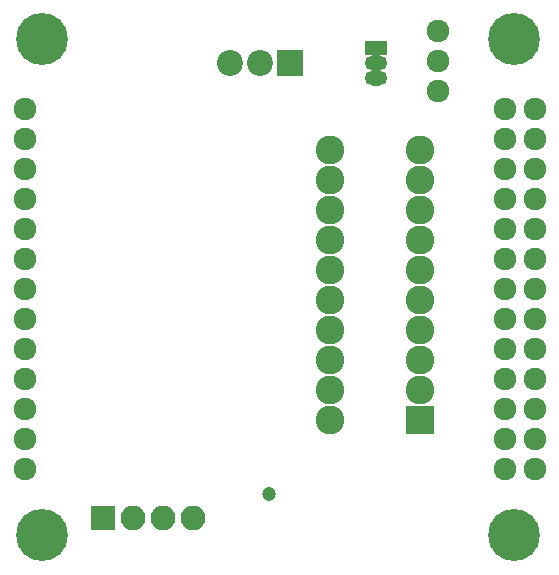
<source format=gbs>
%TF.GenerationSoftware,KiCad,Pcbnew,no-vcs-found-609da9b~60~ubuntu16.04.1*%
%TF.CreationDate,2017-10-16T18:06:58+03:00*%
%TF.ProjectId,orange_pi_zero_node,6F72616E67655F70695F7A65726F5F6E,rev?*%
%TF.SameCoordinates,Original*%
%TF.FileFunction,Soldermask,Bot*%
%TF.FilePolarity,Negative*%
%FSLAX46Y46*%
G04 Gerber Fmt 4.6, Leading zero omitted, Abs format (unit mm)*
G04 Created by KiCad (PCBNEW no-vcs-found-609da9b~60~ubuntu16.04.1) date Mon Oct 16 18:06:58 2017*
%MOMM*%
%LPD*%
G01*
G04 APERTURE LIST*
%ADD10C,4.400000*%
%ADD11C,1.924000*%
%ADD12C,2.432000*%
%ADD13R,2.432000X2.432000*%
%ADD14O,2.100000X2.100000*%
%ADD15R,2.100000X2.100000*%
%ADD16R,1.900000X1.300000*%
%ADD17O,1.900000X1.300000*%
%ADD18C,2.200000*%
%ADD19R,2.200000X2.200000*%
%ADD20C,1.200000*%
G04 APERTURE END LIST*
D10*
X156000000Y-53500000D03*
D11*
X114540000Y-59400000D03*
X114540000Y-61940000D03*
X114540000Y-64480000D03*
X114540000Y-67020000D03*
X114540000Y-69560000D03*
X114540000Y-72100000D03*
X114540000Y-74640000D03*
X114540000Y-77180000D03*
X114540000Y-79720000D03*
X114540000Y-82260000D03*
X114540000Y-84800000D03*
X114540000Y-87340000D03*
X114540000Y-89880000D03*
X157720000Y-89880000D03*
X155180000Y-89880000D03*
X157720000Y-87340000D03*
X155180000Y-87340000D03*
X157720000Y-84800000D03*
X155180000Y-84800000D03*
X157720000Y-82260000D03*
X155180000Y-82260000D03*
X157720000Y-79720000D03*
X155180000Y-79720000D03*
X157720000Y-77180000D03*
X155180000Y-77180000D03*
X157720000Y-74640000D03*
X155180000Y-74640000D03*
X157720000Y-72100000D03*
X155180000Y-72100000D03*
X157720000Y-69560000D03*
X155180000Y-69560000D03*
X157720000Y-67020000D03*
X155180000Y-67020000D03*
X157720000Y-64480000D03*
X155180000Y-64480000D03*
X157720000Y-61940000D03*
X155180000Y-61940000D03*
X157720000Y-59400000D03*
X155180000Y-59400000D03*
X149560000Y-52820000D03*
X149560000Y-55360000D03*
X149560000Y-57900000D03*
D10*
X116000000Y-53500000D03*
X116000000Y-95500000D03*
X156000000Y-95500000D03*
D12*
X140380000Y-85750000D03*
X140380000Y-83210000D03*
X140380000Y-80670000D03*
X140380000Y-78130000D03*
X148000000Y-65430000D03*
X148000000Y-62890000D03*
X140380000Y-62890000D03*
X140380000Y-65430000D03*
X148000000Y-67970000D03*
X148000000Y-70510000D03*
X148000000Y-73050000D03*
X148000000Y-75590000D03*
X140380000Y-75590000D03*
X140380000Y-73050000D03*
X140380000Y-70510000D03*
X140380000Y-67970000D03*
X148000000Y-78130000D03*
X148000000Y-80670000D03*
X148000000Y-83210000D03*
D13*
X148000000Y-85750000D03*
D14*
X128770000Y-94000000D03*
X126230000Y-94000000D03*
X123690000Y-94000000D03*
D15*
X121150000Y-94000000D03*
D16*
X144250000Y-54250000D03*
D17*
X144250000Y-56790000D03*
X144250000Y-55520000D03*
D18*
X131920000Y-55500000D03*
X134460000Y-55500000D03*
D19*
X137000000Y-55500000D03*
D20*
X135250000Y-92000000D03*
M02*

</source>
